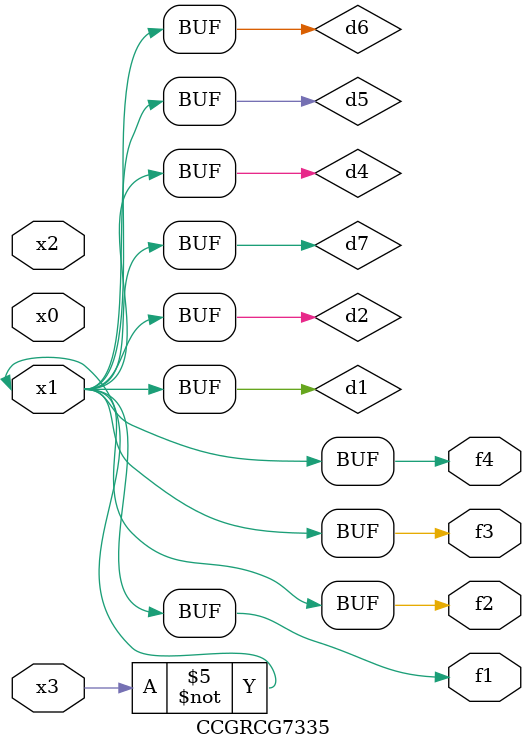
<source format=v>
module CCGRCG7335(
	input x0, x1, x2, x3,
	output f1, f2, f3, f4
);

	wire d1, d2, d3, d4, d5, d6, d7;

	not (d1, x3);
	buf (d2, x1);
	xnor (d3, d1, d2);
	nor (d4, d1);
	buf (d5, d1, d2);
	buf (d6, d4, d5);
	nand (d7, d4);
	assign f1 = d6;
	assign f2 = d7;
	assign f3 = d6;
	assign f4 = d6;
endmodule

</source>
